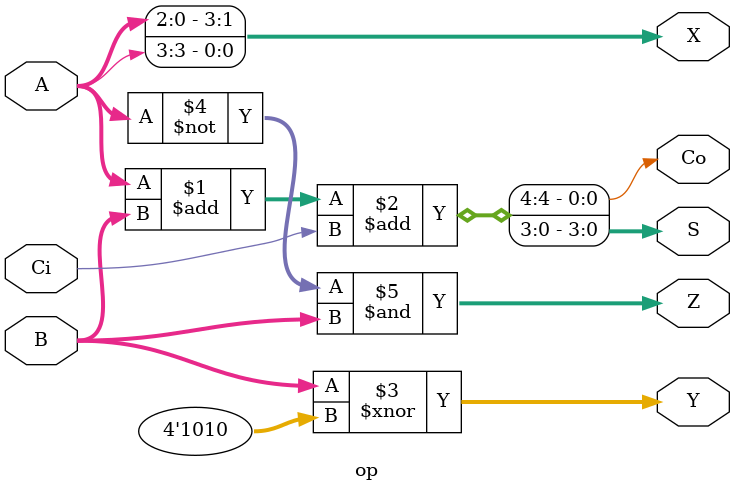
<source format=v>

module op (A, B, Ci, Co, S, X, Y, Z);
input  [3:0] A, B;		// A, B ¥|¦ì¤¸¿é¤J
input  Ci;			// Ci ¤@¦ì¤¸¿é¤J
output Co;			// Co ¤@¦ì¤¸¿é¥X 
output [3:0] S, X, Y, Z;	// S, X, Y, Z ¥|¦ì¤¸¿é¥X 

assign {Co, S} = A + B + Ci; 	// ¥þ¥[ªk
assign X = {A[2:0], A[3]}; 	// A ´`Àô¥ª²¾ 1 ¦ì¤¸
assign Y = B ~^ 4'b1010;	// B ©M¥|¦ì¤¸¸ê®Æ1010§@¤¬¥¸¤Ï©Î
assign Z = (~A) & B;		// A¡¦B

endmodule


</source>
